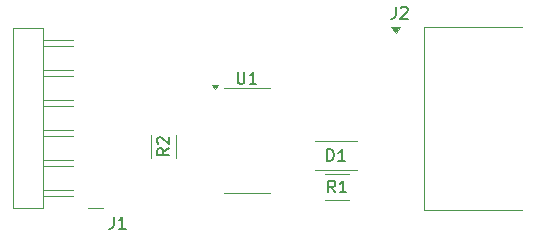
<source format=gbr>
%TF.GenerationSoftware,KiCad,Pcbnew,9.0.0*%
%TF.CreationDate,2025-04-26T00:36:11+05:30*%
%TF.ProjectId,ftdi-updi-auto-v2,66746469-2d75-4706-9469-2d6175746f2d,rev?*%
%TF.SameCoordinates,Original*%
%TF.FileFunction,Legend,Top*%
%TF.FilePolarity,Positive*%
%FSLAX46Y46*%
G04 Gerber Fmt 4.6, Leading zero omitted, Abs format (unit mm)*
G04 Created by KiCad (PCBNEW 9.0.0) date 2025-04-26 00:36:11*
%MOMM*%
%LPD*%
G01*
G04 APERTURE LIST*
%ADD10C,0.150000*%
%ADD11C,0.120000*%
%ADD12C,0.100000*%
G04 APERTURE END LIST*
D10*
X99633095Y-55134819D02*
X99633095Y-55944342D01*
X99633095Y-55944342D02*
X99680714Y-56039580D01*
X99680714Y-56039580D02*
X99728333Y-56087200D01*
X99728333Y-56087200D02*
X99823571Y-56134819D01*
X99823571Y-56134819D02*
X100014047Y-56134819D01*
X100014047Y-56134819D02*
X100109285Y-56087200D01*
X100109285Y-56087200D02*
X100156904Y-56039580D01*
X100156904Y-56039580D02*
X100204523Y-55944342D01*
X100204523Y-55944342D02*
X100204523Y-55134819D01*
X101204523Y-56134819D02*
X100633095Y-56134819D01*
X100918809Y-56134819D02*
X100918809Y-55134819D01*
X100918809Y-55134819D02*
X100823571Y-55277676D01*
X100823571Y-55277676D02*
X100728333Y-55372914D01*
X100728333Y-55372914D02*
X100633095Y-55420533D01*
X93799819Y-61609666D02*
X93323628Y-61942999D01*
X93799819Y-62181094D02*
X92799819Y-62181094D01*
X92799819Y-62181094D02*
X92799819Y-61800142D01*
X92799819Y-61800142D02*
X92847438Y-61704904D01*
X92847438Y-61704904D02*
X92895057Y-61657285D01*
X92895057Y-61657285D02*
X92990295Y-61609666D01*
X92990295Y-61609666D02*
X93133152Y-61609666D01*
X93133152Y-61609666D02*
X93228390Y-61657285D01*
X93228390Y-61657285D02*
X93276009Y-61704904D01*
X93276009Y-61704904D02*
X93323628Y-61800142D01*
X93323628Y-61800142D02*
X93323628Y-62181094D01*
X92895057Y-61228713D02*
X92847438Y-61181094D01*
X92847438Y-61181094D02*
X92799819Y-61085856D01*
X92799819Y-61085856D02*
X92799819Y-60847761D01*
X92799819Y-60847761D02*
X92847438Y-60752523D01*
X92847438Y-60752523D02*
X92895057Y-60704904D01*
X92895057Y-60704904D02*
X92990295Y-60657285D01*
X92990295Y-60657285D02*
X93085533Y-60657285D01*
X93085533Y-60657285D02*
X93228390Y-60704904D01*
X93228390Y-60704904D02*
X93799819Y-61276332D01*
X93799819Y-61276332D02*
X93799819Y-60657285D01*
X107885833Y-65346619D02*
X107552500Y-64870428D01*
X107314405Y-65346619D02*
X107314405Y-64346619D01*
X107314405Y-64346619D02*
X107695357Y-64346619D01*
X107695357Y-64346619D02*
X107790595Y-64394238D01*
X107790595Y-64394238D02*
X107838214Y-64441857D01*
X107838214Y-64441857D02*
X107885833Y-64537095D01*
X107885833Y-64537095D02*
X107885833Y-64679952D01*
X107885833Y-64679952D02*
X107838214Y-64775190D01*
X107838214Y-64775190D02*
X107790595Y-64822809D01*
X107790595Y-64822809D02*
X107695357Y-64870428D01*
X107695357Y-64870428D02*
X107314405Y-64870428D01*
X108838214Y-65346619D02*
X108266786Y-65346619D01*
X108552500Y-65346619D02*
X108552500Y-64346619D01*
X108552500Y-64346619D02*
X108457262Y-64489476D01*
X108457262Y-64489476D02*
X108362024Y-64584714D01*
X108362024Y-64584714D02*
X108266786Y-64632333D01*
X107211905Y-62684819D02*
X107211905Y-61684819D01*
X107211905Y-61684819D02*
X107450000Y-61684819D01*
X107450000Y-61684819D02*
X107592857Y-61732438D01*
X107592857Y-61732438D02*
X107688095Y-61827676D01*
X107688095Y-61827676D02*
X107735714Y-61922914D01*
X107735714Y-61922914D02*
X107783333Y-62113390D01*
X107783333Y-62113390D02*
X107783333Y-62256247D01*
X107783333Y-62256247D02*
X107735714Y-62446723D01*
X107735714Y-62446723D02*
X107688095Y-62541961D01*
X107688095Y-62541961D02*
X107592857Y-62637200D01*
X107592857Y-62637200D02*
X107450000Y-62684819D01*
X107450000Y-62684819D02*
X107211905Y-62684819D01*
X108735714Y-62684819D02*
X108164286Y-62684819D01*
X108450000Y-62684819D02*
X108450000Y-61684819D01*
X108450000Y-61684819D02*
X108354762Y-61827676D01*
X108354762Y-61827676D02*
X108259524Y-61922914D01*
X108259524Y-61922914D02*
X108164286Y-61970533D01*
X89141493Y-67399819D02*
X89141493Y-68114104D01*
X89141493Y-68114104D02*
X89093874Y-68256961D01*
X89093874Y-68256961D02*
X88998636Y-68352200D01*
X88998636Y-68352200D02*
X88855779Y-68399819D01*
X88855779Y-68399819D02*
X88760541Y-68399819D01*
X90141493Y-68399819D02*
X89570065Y-68399819D01*
X89855779Y-68399819D02*
X89855779Y-67399819D01*
X89855779Y-67399819D02*
X89760541Y-67542676D01*
X89760541Y-67542676D02*
X89665303Y-67637914D01*
X89665303Y-67637914D02*
X89570065Y-67685533D01*
X113017493Y-49619819D02*
X113017493Y-50334104D01*
X113017493Y-50334104D02*
X112969874Y-50476961D01*
X112969874Y-50476961D02*
X112874636Y-50572200D01*
X112874636Y-50572200D02*
X112731779Y-50619819D01*
X112731779Y-50619819D02*
X112636541Y-50619819D01*
X113446065Y-49715057D02*
X113493684Y-49667438D01*
X113493684Y-49667438D02*
X113588922Y-49619819D01*
X113588922Y-49619819D02*
X113827017Y-49619819D01*
X113827017Y-49619819D02*
X113922255Y-49667438D01*
X113922255Y-49667438D02*
X113969874Y-49715057D01*
X113969874Y-49715057D02*
X114017493Y-49810295D01*
X114017493Y-49810295D02*
X114017493Y-49905533D01*
X114017493Y-49905533D02*
X113969874Y-50048390D01*
X113969874Y-50048390D02*
X113398446Y-50619819D01*
X113398446Y-50619819D02*
X114017493Y-50619819D01*
D11*
%TO.C,U1*%
X100395000Y-56525000D02*
X98445000Y-56525000D01*
X100395000Y-56525000D02*
X102345000Y-56525000D01*
X100395000Y-65395000D02*
X98445000Y-65395000D01*
X100395000Y-65395000D02*
X102345000Y-65395000D01*
X97695000Y-56590000D02*
X97455000Y-56260000D01*
X97935000Y-56260000D01*
X97695000Y-56590000D01*
G36*
X97695000Y-56590000D02*
G01*
X97455000Y-56260000D01*
X97935000Y-56260000D01*
X97695000Y-56590000D01*
G37*
%TO.C,R2*%
X92275000Y-62443000D02*
X92275000Y-60443000D01*
X94415000Y-60443000D02*
X94415000Y-62443000D01*
%TO.C,R1*%
X107052500Y-63821800D02*
X109052500Y-63821800D01*
X109052500Y-65961800D02*
X107052500Y-65961800D01*
%TO.C,D1*%
X106200000Y-60980000D02*
X109700000Y-60980000D01*
X106200000Y-63480000D02*
X109700000Y-63480000D01*
%TO.C,J1*%
X80645000Y-51435000D02*
X83185000Y-51435000D01*
X80645000Y-66675000D02*
X80645000Y-51435000D01*
X83185000Y-51435000D02*
X83185000Y-66675000D01*
X83185000Y-52451000D02*
X85725000Y-52451000D01*
X83185000Y-52959000D02*
X85725000Y-52959000D01*
X83185000Y-54991000D02*
X85725000Y-54991000D01*
X83185000Y-55499000D02*
X85725000Y-55499000D01*
X83185000Y-57531000D02*
X85725000Y-57531000D01*
X83185000Y-58039000D02*
X85725000Y-58039000D01*
X83185000Y-60071000D02*
X85725000Y-60071000D01*
X83185000Y-60579000D02*
X85725000Y-60579000D01*
X83185000Y-62611000D02*
X85725000Y-62611000D01*
X83185000Y-63119000D02*
X85725000Y-63119000D01*
X83185000Y-65151000D02*
X85725000Y-65151000D01*
X83185000Y-65659000D02*
X85725000Y-65659000D01*
X83185000Y-66675000D02*
X80645000Y-66675000D01*
X88265000Y-66675000D02*
X86995000Y-66675000D01*
D12*
%TO.C,J2*%
X115443000Y-51308000D02*
X115443000Y-66802000D01*
X115443000Y-66802000D02*
X123698000Y-66802000D01*
X123698000Y-51308000D02*
X115443000Y-51308000D01*
X113030000Y-51816000D02*
X112649000Y-51308000D01*
X113411000Y-51308000D01*
X113030000Y-51816000D01*
G36*
X113030000Y-51816000D02*
G01*
X112649000Y-51308000D01*
X113411000Y-51308000D01*
X113030000Y-51816000D01*
G37*
%TD*%
M02*

</source>
